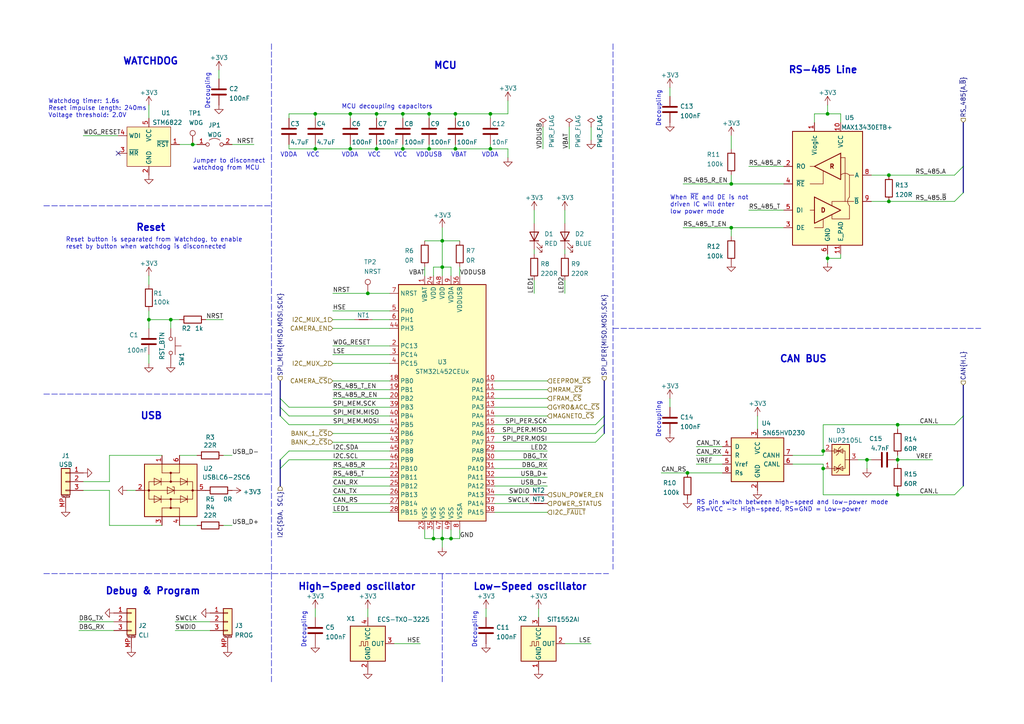
<source format=kicad_sch>
(kicad_sch (version 20211123) (generator eeschema)
  (paper "A4")
  (title_block (title "BUTCube - Flight controller") (date "2022-03-11") (rev "v1.0") (comment 1 "Author: Petr Malaník"))
  (lib_symbols
    (symbol "Connector:TestPoint" (pin_numbers hide) (pin_names (offset 0.762) hide)
      (property "Reference" "TP" (at 0 6.858 0))
      (property "Value" "TestPoint" (at 0 5.08 0))
      (symbol "TestPoint_1_1"
        (pin passive line (at 0 0 90) (length 2.54) (name "1") (number "1"))
      )
    )
    (symbol "Connector_Generic_MountingPin:Conn_01x03_MountingPin" (pin_names (offset 1.016) hide)
      (property "Reference" "J" (at 0 5.08 0))
      (property "Value" "Conn_01x03_MountingPin" (at 1.27 -5.08 0))
      (symbol "Conn_01x03_MountingPin_1_1"
        (text "Mounting" (at 0 -4.191 0) (effects (font (size 0.381 0.381))))
        (pin passive line (at -5.08 2.54 0) (length 3.81) (name "Pin_1") (number "1"))
        (pin passive line (at -5.08 0 0) (length 3.81) (name "Pin_2") (number "2"))
        (pin passive line (at -5.08 -2.54 0) (length 3.81) (name "Pin_3") (number "3"))
        (pin passive line (at 0 -7.62 90) (length 3.048) (name "MountPin") (number "MP"))
      )
    )
    (symbol "Device:C" (pin_numbers hide) (pin_names (offset 0.254))
      (property "Reference" "C" (at 0.635 2.54 0))
      (property "Value" "C" (at 0.635 -2.54 0))
      (symbol "C_1_1"
        (pin passive line (at 0 3.81 270) (length 2.794) (name "~") (number "1"))
        (pin passive line (at 0 -3.81 90) (length 2.794) (name "~") (number "2"))
      )
    )
    (symbol "Device:LED" (pin_numbers hide) (pin_names (offset 1.016) hide)
      (property "Reference" "D" (at 0 2.54 0))
      (property "Value" "LED" (at 0 -2.54 0))
      (symbol "LED_1_1"
        (pin passive line (at -3.81 0 0) (length 2.54) (name "K") (number "1"))
        (pin passive line (at 3.81 0 180) (length 2.54) (name "A") (number "2"))
      )
    )
    (symbol "Device:NetTie_2" (pin_numbers hide) (pin_names (offset 0) hide)
      (property "Reference" "NT" (at 0 1.27 0))
      (property "Value" "NetTie_2" (at 0 -1.27 0))
      (symbol "NetTie_2_1_1"
        (pin passive line (at -2.54 0 0) (length 2.54) (name "1") (number "1"))
        (pin passive line (at 2.54 0 180) (length 2.54) (name "2") (number "2"))
      )
    )
    (symbol "Device:R" (pin_numbers hide) (pin_names (offset 0))
      (property "Reference" "R" (at 2.032 0 90))
      (property "Value" "R" (at 0 0 90))
      (symbol "R_1_1"
        (pin passive line (at 0 3.81 270) (length 1.27) (name "~") (number "1"))
        (pin passive line (at 0 -3.81 90) (length 1.27) (name "~") (number "2"))
      )
    )
    (symbol "Interface_CAN_LIN:SN65HVD230" (pin_names (offset 1.016))
      (property "Reference" "U" (at -2.54 10.16 0))
      (property "Value" "SN65HVD230" (at -2.54 7.62 0))
      (symbol "SN65HVD230_1_1"
        (pin input line (at -10.16 2.54 0) (length 2.54) (name "D") (number "1"))
        (pin power_in line (at 0 -10.16 90) (length 2.54) (name "GND") (number "2"))
        (pin power_in line (at 0 7.62 270) (length 2.54) (name "VCC") (number "3"))
        (pin output line (at -10.16 0 0) (length 2.54) (name "R") (number "4"))
        (pin output line (at -10.16 -2.54 0) (length 2.54) (name "Vref") (number "5"))
        (pin bidirectional line (at 10.16 -2.54 180) (length 2.54) (name "CANL") (number "6"))
        (pin bidirectional line (at 10.16 0 180) (length 2.54) (name "CANH") (number "7"))
        (pin input line (at -10.16 -5.08 0) (length 2.54) (name "Rs") (number "8"))
      )
    )
    (symbol "Jumper:Jumper_2_Open" (pin_names (offset 0) hide)
      (property "Reference" "JP" (at 0 2.794 0))
      (property "Value" "Jumper_2_Open" (at 0 -2.286 0))
      (symbol "Jumper_2_Open_1_1"
        (pin passive line (at -5.08 0 0) (length 2.54) (name "A") (number "1"))
        (pin passive line (at 5.08 0 180) (length 2.54) (name "B") (number "2"))
      )
    )
    (symbol "LED_1" (pin_numbers hide) (pin_names (offset 1.016) hide)
      (property "Reference" "D" (at 0 2.54 0))
      (property "Value" "LED_1" (at 0 -2.54 0))
      (symbol "LED_1_1_1"
        (pin passive line (at -3.81 0 0) (length 2.54) (name "K") (number "1"))
        (pin passive line (at 3.81 0 180) (length 2.54) (name "A") (number "2"))
      )
    )
    (symbol "MCU_ST_STM32L4:STM32L452CEUx"
      (property "Reference" "U" (at -12.7 34.29 0))
      (property "Value" "STM32L452CEUx" (at 7.62 34.29 0))
      (symbol "STM32L452CEUx_1_1"
        (pin power_in line (at -5.08 35.56 270) (length 2.54) (name "VBAT") (number "1"))
        (pin bidirectional line (at 15.24 5.08 180) (length 2.54) (name "PA0") (number "10"))
        (pin bidirectional line (at 15.24 2.54 180) (length 2.54) (name "PA1") (number "11"))
        (pin bidirectional line (at 15.24 0 180) (length 2.54) (name "PA2") (number "12"))
        (pin bidirectional line (at 15.24 -2.54 180) (length 2.54) (name "PA3") (number "13"))
        (pin bidirectional line (at 15.24 -5.08 180) (length 2.54) (name "PA4") (number "14"))
        (pin bidirectional line (at 15.24 -7.62 180) (length 2.54) (name "PA5") (number "15"))
        (pin bidirectional line (at 15.24 -10.16 180) (length 2.54) (name "PA6") (number "16"))
        (pin bidirectional line (at 15.24 -12.7 180) (length 2.54) (name "PA7") (number "17"))
        (pin bidirectional line (at -15.24 5.08 0) (length 2.54) (name "PB0") (number "18"))
        (pin bidirectional line (at -15.24 2.54 0) (length 2.54) (name "PB1") (number "19"))
        (pin bidirectional line (at -15.24 15.24 0) (length 2.54) (name "PC13") (number "2"))
        (pin bidirectional line (at -15.24 0 0) (length 2.54) (name "PB2") (number "20"))
        (pin bidirectional line (at -15.24 -20.32 0) (length 2.54) (name "PB10") (number "21"))
        (pin bidirectional line (at -15.24 -22.86 0) (length 2.54) (name "PB11") (number "22"))
        (pin power_in line (at -5.08 -38.1 90) (length 2.54) (name "VSS") (number "23"))
        (pin power_in line (at -2.54 35.56 270) (length 2.54) (name "VDD") (number "24"))
        (pin bidirectional line (at -15.24 -25.4 0) (length 2.54) (name "PB12") (number "25"))
        (pin bidirectional line (at -15.24 -27.94 0) (length 2.54) (name "PB13") (number "26"))
        (pin bidirectional line (at -15.24 -30.48 0) (length 2.54) (name "PB14") (number "27"))
        (pin bidirectional line (at -15.24 -33.02 0) (length 2.54) (name "PB15") (number "28"))
        (pin bidirectional line (at 15.24 -15.24 180) (length 2.54) (name "PA8") (number "29"))
        (pin bidirectional line (at -15.24 12.7 0) (length 2.54) (name "PC14") (number "3"))
        (pin bidirectional line (at 15.24 -17.78 180) (length 2.54) (name "PA9") (number "30"))
        (pin bidirectional line (at 15.24 -20.32 180) (length 2.54) (name "PA10") (number "31"))
        (pin bidirectional line (at 15.24 -22.86 180) (length 2.54) (name "PA11") (number "32"))
        (pin bidirectional line (at 15.24 -25.4 180) (length 2.54) (name "PA12") (number "33"))
        (pin bidirectional line (at 15.24 -27.94 180) (length 2.54) (name "PA13") (number "34"))
        (pin power_in line (at -2.54 -38.1 90) (length 2.54) (name "VSS") (number "35"))
        (pin power_in line (at 5.08 35.56 270) (length 2.54) (name "VDDUSB") (number "36"))
        (pin bidirectional line (at 15.24 -30.48 180) (length 2.54) (name "PA14") (number "37"))
        (pin bidirectional line (at 15.24 -33.02 180) (length 2.54) (name "PA15") (number "38"))
        (pin bidirectional line (at -15.24 -2.54 0) (length 2.54) (name "PB3") (number "39"))
        (pin bidirectional line (at -15.24 10.16 0) (length 2.54) (name "PC15") (number "4"))
        (pin bidirectional line (at -15.24 -5.08 0) (length 2.54) (name "PB4") (number "40"))
        (pin bidirectional line (at -15.24 -7.62 0) (length 2.54) (name "PB5") (number "41"))
        (pin bidirectional line (at -15.24 -10.16 0) (length 2.54) (name "PB6") (number "42"))
        (pin bidirectional line (at -15.24 -12.7 0) (length 2.54) (name "PB7") (number "43"))
        (pin bidirectional line (at -15.24 20.32 0) (length 2.54) (name "PH3") (number "44"))
        (pin bidirectional line (at -15.24 -15.24 0) (length 2.54) (name "PB8") (number "45"))
        (pin bidirectional line (at -15.24 -17.78 0) (length 2.54) (name "PB9") (number "46"))
        (pin power_in line (at 0 -38.1 90) (length 2.54) (name "VSS") (number "47"))
        (pin power_in line (at 0 35.56 270) (length 2.54) (name "VDD") (number "48"))
        (pin power_in line (at 2.54 -38.1 90) (length 2.54) (name "VSS") (number "49"))
        (pin input line (at -15.24 25.4 0) (length 2.54) (name "PH0") (number "5"))
        (pin input line (at -15.24 22.86 0) (length 2.54) (name "PH1") (number "6"))
        (pin input line (at -15.24 30.48 0) (length 2.54) (name "NRST") (number "7"))
        (pin power_in line (at 5.08 -38.1 90) (length 2.54) (name "VSSA") (number "8"))
        (pin power_in line (at 2.54 35.56 270) (length 2.54) (name "VDDA") (number "9"))
      )
    )
    (symbol "Power_Protection:NUP2105L" (pin_names hide)
      (property "Reference" "D" (at 5.715 2.54 0))
      (property "Value" "NUP2105L" (at 5.715 0.635 0))
      (symbol "NUP2105L_0_0"
        (pin passive line (at 0 -5.08 90) (length 2.54) (name "A") (number "3"))
      )
      (symbol "NUP2105L_1_1"
        (pin passive line (at -2.54 5.08 270) (length 2.54) (name "K") (number "1"))
        (pin passive line (at 2.54 5.08 270) (length 2.54) (name "K") (number "2"))
      )
    )
    (symbol "Power_Protection:USBLC6-2SC6" (pin_names hide)
      (property "Reference" "U" (at 2.54 8.89 0))
      (property "Value" "USBLC6-2SC6" (at 2.54 -8.89 0))
      (symbol "USBLC6-2SC6_1_1"
        (pin passive line (at -10.16 -2.54 0) (length 2.54) (name "I/O1") (number "1"))
        (pin passive line (at 0 -10.16 90) (length 2.54) (name "GND") (number "2"))
        (pin passive line (at 10.16 -2.54 180) (length 2.54) (name "I/O2") (number "3"))
        (pin passive line (at 10.16 2.54 180) (length 2.54) (name "I/O2") (number "4"))
        (pin passive line (at 0 10.16 270) (length 2.54) (name "VBUS") (number "5"))
        (pin passive line (at -10.16 2.54 0) (length 2.54) (name "I/O1") (number "6"))
      )
    )
    (symbol "Switch:SW_Push" (pin_numbers hide) (pin_names (offset 1.016) hide)
      (property "Reference" "SW" (at 1.27 2.54 0))
      (property "Value" "SW_Push" (at 0 -1.524 0))
      (symbol "SW_Push_0_1"
        (pin passive line (at -5.08 0 0) (length 2.54) (name "1") (number "1"))
        (pin passive line (at 5.08 0 180) (length 2.54) (name "2") (number "2"))
      )
    )
    (symbol "TCY_IC:MAX13430ETB+" (pin_names (offset 1.016))
      (property "Reference" "U" (at -10.16 19.05 0))
      (property "Value" "MAX13430ETB+" (at 5.08 19.05 0))
      (symbol "MAX13430ETB+_0_0"
        (text "D" (at -1.27 -5.08 0) (effects (font (size 1.27 1.27) bold)))
        (text "R" (at 1.27 7.62 0) (effects (font (size 1.27 1.27) bold)))
      )
      (symbol "MAX13430ETB+_1_1"
        (pin power_in line (at -3.81 20.32 270) (length 2.54) (name "Vlogic") (number "1"))
        (pin power_in line (at 3.81 20.32 270) (length 2.54) (name "VCC") (number "10"))
        (pin power_in line (at 3.81 -17.78 90) (length 2.54) (name "E_PAD") (number "11"))
        (pin output line (at -12.7 7.62 0) (length 2.54) (name "RO") (number "2"))
        (pin input line (at -12.7 -10.16 0) (length 2.54) (name "DE") (number "3"))
        (pin input line (at -12.7 2.54 0) (length 2.54) (name "~{RE}") (number "4"))
        (pin input line (at -12.7 -5.08 0) (length 2.54) (name "DI") (number "5"))
        (pin power_in line (at 0 -17.78 90) (length 2.54) (name "GND") (number "6"))
        (pin no_connect line (at 10.16 1.27 180) (length 2.54) hide (name "NC") (number "7"))
        (pin input line (at 12.7 5.08 180) (length 2.54) (name "A") (number "8"))
        (pin input line (at 12.7 -2.54 180) (length 2.54) (name "~{B}") (number "9"))
      )
    )
    (symbol "TCY_IC:STM6822"
      (property "Reference" "U" (at 6.35 13.97 0))
      (property "Value" "STM6822" (at 6.35 16.51 0))
      (symbol "STM6822_1_1"
        (pin open_collector line (at 8.89 6.35 180) (length 2.54) (name "~{RST}") (number "1"))
        (pin passive line (at 0 -2.54 90) (length 2.54) (name "GND") (number "2"))
        (pin input line (at -8.89 3.81 0) (length 2.54) (name "~{MR}") (number "3"))
        (pin input line (at -8.89 8.89 0) (length 2.54) (name "WDI") (number "4"))
        (pin power_in line (at 0 13.97 270) (length 2.54) (name "VCC") (number "5"))
      )
    )
    (symbol "TCY_ocillators:ECS-TXO-3225" (pin_names (offset 0.254))
      (property "Reference" "X" (at -6.35 6.35 0))
      (property "Value" "ECS-TXO-3225" (at 1.27 6.35 0))
      (symbol "ECS-TXO-3225_1_1"
        (pin no_connect line (at -7.62 0 0) (length 2.54) hide (name "NC") (number "1"))
        (pin power_in line (at 0 -7.62 90) (length 2.54) (name "GND") (number "2"))
        (pin output line (at 7.62 0 180) (length 2.54) (name "OUT") (number "3"))
        (pin power_in line (at 0 7.62 270) (length 2.54) (name "VCC") (number "4"))
      )
    )
    (symbol "TCY_ocillators:SiT1552AI" (pin_names (offset 0.254))
      (property "Reference" "X" (at -6.35 6.35 0))
      (property "Value" "SiT1552AI" (at 1.27 6.35 0))
      (symbol "SiT1552AI_1_1"
        (pin power_in line (at 0 -7.62 90) (length 2.54) (name "GND") (number "1"))
        (pin output line (at 7.62 0 180) (length 2.54) (name "OUT") (number "2"))
        (pin power_in line (at 0 7.62 270) (length 2.54) (name "VCC") (number "3"))
        (pin power_in line (at 0 -7.62 90) (length 2.54) hide (name "GND") (number "4"))
      )
    )
    (symbol "power:+3.3V" (power) (pin_names (offset 0))
      (property "Value" "+3.3V" (at 0 3.556 0))
      (symbol "+3.3V_1_1"
        (pin power_in line (at 0 0 90) (length 0) hide (name "+3V3") (number "1"))
      )
    )
    (symbol "power:GND" (power) (pin_names (offset 0))
      (property "Value" "GND" (at 0 -3.81 0))
      (symbol "GND_1_1"
        (pin power_in line (at 0 0 270) (length 0) hide (name "GND") (number "1"))
      )
    )
    (symbol "power:PWR_FLAG" (power) (pin_numbers hide) (pin_names (offset 0) hide)
      (property "Value" "PWR_FLAG" (at 0 3.81 0))
      (symbol "PWR_FLAG_0_0"
        (pin power_out line (at 0 0 90) (length 0) (name "pwr") (number "1"))
      )
    )
  )
  (junction (at 106.68 85.09))
  (junction (at 128.27 77.47) (diameter 0.9144))
  (junction (at 43.18 92.71) (diameter 0.9144))
  (junction (at 260.35 133.35) (diameter 0.9144))
  (junction (at 128.27 156.21) (diameter 0.9144))
  (junction (at 101.6 43.18) (diameter 0.9144))
  (junction (at 240.03 74.93) (diameter 0.9144))
  (junction (at 212.09 66.04) (diameter 0.9144))
  (junction (at 101.6 33.02) (diameter 0.9144))
  (junction (at 91.44 43.18) (diameter 0.9144))
  (junction (at 251.46 133.35) (diameter 0.9144))
  (junction (at 260.35 143.51) (diameter 0.9144))
  (junction (at 142.24 43.18) (diameter 0.9144))
  (junction (at 260.35 123.19) (diameter 0.9144))
  (junction (at 132.08 33.02) (diameter 0.9144))
  (junction (at 199.39 137.16) (diameter 0.9144))
  (junction (at 49.53 92.71) (diameter 0.9144))
  (junction (at 238.76 135.89) (diameter 0.9144))
  (junction (at 116.84 33.02) (diameter 0.9144))
  (junction (at 132.08 43.18) (diameter 0.9144))
  (junction (at 109.22 43.18) (diameter 0.9144))
  (junction (at 116.84 43.18) (diameter 0.9144))
  (junction (at 91.44 33.02) (diameter 0.9144))
  (junction (at 109.22 33.02) (diameter 0.9144))
  (junction (at 125.73 156.21) (diameter 0.9144))
  (junction (at 124.46 43.18) (diameter 0.9144))
  (junction (at 257.81 58.42) (diameter 0.9144))
  (junction (at 124.46 33.02) (diameter 0.9144))
  (junction (at 257.81 50.8) (diameter 0.9144))
  (junction (at 128.27 69.85) (diameter 0.9144))
  (junction (at 212.09 53.34) (diameter 0.9144))
  (junction (at 55.88 41.91) (diameter 0.9144))
  (junction (at 142.24 33.02) (diameter 0.9144))
  (junction (at 240.03 33.02) (diameter 0.9144))
  (junction (at 238.76 130.81) (diameter 0.9144))
  (junction (at 130.81 156.21) (diameter 0.9144))
  (no_connect (at 34.29 44.45))
  (bus_entry (at 81.28 120.65) (size 2.54 2.54))
  (bus_entry (at 279.4 140.97) (size -2.54 2.54))
  (bus_entry (at 81.28 118.11) (size 2.54 2.54))
  (bus_entry (at 279.4 48.26) (size -2.54 2.54))
  (bus_entry (at 175.26 123.19) (size -2.54 2.54))
  (bus_entry (at 279.4 55.88) (size -2.54 2.54))
  (bus_entry (at 175.26 120.65) (size -2.54 2.54))
  (bus_entry (at 279.4 120.65) (size -2.54 2.54))
  (bus_entry (at 175.26 125.73) (size -2.54 2.54))
  (bus_entry (at 81.28 133.35) (size 2.54 -2.54))
  (bus_entry (at 81.28 135.89) (size 2.54 -2.54))
  (bus_entry (at 81.28 115.57) (size 2.54 2.54))
  (wire (pts (xy 96.52 113.03) (xy 113.03 113.03)))
  (polyline (pts (xy 12.7 166.37) (xy 176.53 166.37)) (stroke (width 0) (type dash)))
  (wire (pts (xy 257.81 50.8) (xy 276.86 50.8)))
  (wire (pts (xy 96.52 102.87) (xy 113.03 102.87)))
  (wire (pts (xy 52.07 152.4) (xy 57.15 152.4)))
  (wire (pts (xy 43.18 80.01) (xy 43.18 82.55)))
  (wire (pts (xy 198.12 53.34) (xy 212.09 53.34)))
  (wire (pts (xy 60.96 182.88) (xy 50.8 182.88)))
  (wire (pts (xy 24.13 142.24) (xy 31.75 142.24)))
  (wire (pts (xy 260.35 133.35) (xy 270.51 133.35)))
  (wire (pts (xy 143.51 128.27) (xy 172.72 128.27)))
  (wire (pts (xy 260.35 142.24) (xy 260.35 143.51)))
  (wire (pts (xy 142.24 43.18) (xy 147.32 43.18)))
  (wire (pts (xy 147.32 43.18) (xy 147.32 45.72)))
  (wire (pts (xy 83.82 118.11) (xy 113.03 118.11)))
  (wire (pts (xy 109.22 43.18) (xy 101.6 43.18)))
  (wire (pts (xy 114.3 186.69) (xy 121.92 186.69)))
  (wire (pts (xy 143.51 138.43) (xy 158.75 138.43)))
  (wire (pts (xy 163.83 81.28) (xy 163.83 85.09)))
  (wire (pts (xy 238.76 135.89) (xy 238.76 143.51)))
  (wire (pts (xy 128.27 69.85) (xy 128.27 77.47)))
  (wire (pts (xy 154.94 81.28) (xy 154.94 85.09)))
  (bus (pts (xy 175.26 120.65) (xy 175.26 123.19)))
  (wire (pts (xy 125.73 77.47) (xy 128.27 77.47)))
  (wire (pts (xy 123.19 69.85) (xy 128.27 69.85)))
  (wire (pts (xy 128.27 69.85) (xy 133.35 69.85)))
  (bus (pts (xy 279.4 35.56) (xy 279.4 48.26)))
  (wire (pts (xy 143.51 146.05) (xy 153.67 146.05)))
  (wire (pts (xy 83.82 133.35) (xy 113.03 133.35)))
  (wire (pts (xy 31.75 142.24) (xy 31.75 152.4)))
  (wire (pts (xy 125.73 153.67) (xy 125.73 156.21)))
  (bus (pts (xy 81.28 118.11) (xy 81.28 120.65)))
  (wire (pts (xy 96.52 92.71) (xy 102.87 92.71)))
  (bus (pts (xy 279.4 120.65) (xy 279.4 140.97)))
  (wire (pts (xy 96.52 110.49) (xy 113.03 110.49)))
  (wire (pts (xy 219.71 120.65) (xy 219.71 124.46)))
  (wire (pts (xy 156.21 176.53) (xy 156.21 179.07)))
  (wire (pts (xy 96.52 143.51) (xy 113.03 143.51)))
  (bus (pts (xy 81.28 115.57) (xy 81.28 118.11)))
  (wire (pts (xy 64.77 132.08) (xy 67.31 132.08)))
  (wire (pts (xy 96.52 100.33) (xy 113.03 100.33)))
  (wire (pts (xy 143.51 123.19) (xy 172.72 123.19)))
  (wire (pts (xy 163.83 186.69) (xy 171.45 186.69)))
  (wire (pts (xy 143.51 148.59) (xy 158.75 148.59)))
  (wire (pts (xy 130.81 153.67) (xy 130.81 156.21)))
  (wire (pts (xy 201.93 129.54) (xy 209.55 129.54)))
  (wire (pts (xy 33.02 180.34) (xy 22.86 180.34)))
  (wire (pts (xy 143.51 115.57) (xy 158.75 115.57)))
  (wire (pts (xy 116.84 41.91) (xy 116.84 43.18)))
  (wire (pts (xy 201.93 134.62) (xy 209.55 134.62)))
  (wire (pts (xy 217.17 60.96) (xy 227.33 60.96)))
  (wire (pts (xy 260.35 143.51) (xy 238.76 143.51)))
  (wire (pts (xy 260.35 143.51) (xy 276.86 143.51)))
  (wire (pts (xy 101.6 43.18) (xy 101.6 41.91)))
  (wire (pts (xy 252.73 50.8) (xy 257.81 50.8)))
  (wire (pts (xy 109.22 33.02) (xy 116.84 33.02)))
  (wire (pts (xy 109.22 34.29) (xy 109.22 33.02)))
  (wire (pts (xy 116.84 33.02) (xy 124.46 33.02)))
  (wire (pts (xy 124.46 33.02) (xy 132.08 33.02)))
  (wire (pts (xy 132.08 33.02) (xy 132.08 34.29)))
  (polyline (pts (xy 12.7 114.3) (xy 78.74 114.3)) (stroke (width 0) (type dash)))
  (wire (pts (xy 143.51 135.89) (xy 158.75 135.89)))
  (wire (pts (xy 59.69 92.71) (xy 64.77 92.71)))
  (polyline (pts (xy 78.74 166.37) (xy 78.74 198.12)) (stroke (width 0) (type dash)))
  (wire (pts (xy 96.52 85.09) (xy 106.68 85.09)))
  (wire (pts (xy 83.82 43.18) (xy 83.82 41.91)))
  (wire (pts (xy 91.44 41.91) (xy 91.44 43.18)))
  (wire (pts (xy 91.44 43.18) (xy 83.82 43.18)))
  (wire (pts (xy 133.35 77.47) (xy 133.35 80.01)))
  (wire (pts (xy 212.09 39.37) (xy 212.09 43.18)))
  (wire (pts (xy 252.73 58.42) (xy 257.81 58.42)))
  (wire (pts (xy 142.24 33.02) (xy 142.24 34.29)))
  (bus (pts (xy 175.26 110.49) (xy 175.26 120.65)))
  (wire (pts (xy 128.27 69.85) (xy 128.27 66.04)))
  (wire (pts (xy 96.52 140.97) (xy 113.03 140.97)))
  (wire (pts (xy 101.6 34.29) (xy 101.6 33.02)))
  (wire (pts (xy 154.94 60.96) (xy 154.94 64.77)))
  (wire (pts (xy 154.94 72.39) (xy 154.94 73.66)))
  (wire (pts (xy 24.13 139.7) (xy 31.75 139.7)))
  (wire (pts (xy 43.18 92.71) (xy 49.53 92.71)))
  (wire (pts (xy 49.53 92.71) (xy 52.07 92.71)))
  (polyline (pts (xy 78.74 12.7) (xy 78.74 166.37)) (stroke (width 0) (type dash)))
  (wire (pts (xy 212.09 66.04) (xy 212.09 68.58)))
  (wire (pts (xy 140.97 176.53) (xy 140.97 179.07)))
  (bus (pts (xy 175.26 123.19) (xy 175.26 125.73)))
  (wire (pts (xy 243.84 73.66) (xy 243.84 74.93)))
  (wire (pts (xy 243.84 74.93) (xy 240.03 74.93)))
  (wire (pts (xy 106.68 176.53) (xy 106.68 179.07)))
  (wire (pts (xy 67.31 41.91) (xy 73.66 41.91)))
  (wire (pts (xy 217.17 48.26) (xy 227.33 48.26)))
  (wire (pts (xy 201.93 132.08) (xy 209.55 132.08)))
  (wire (pts (xy 83.82 33.02) (xy 91.44 33.02)))
  (wire (pts (xy 83.82 34.29) (xy 83.82 33.02)))
  (wire (pts (xy 91.44 33.02) (xy 91.44 34.29)))
  (wire (pts (xy 49.53 92.71) (xy 49.53 95.25)))
  (wire (pts (xy 123.19 77.47) (xy 123.19 80.01)))
  (polyline (pts (xy 177.8 12.7) (xy 177.8 165.1)) (stroke (width 0) (type dash)))
  (wire (pts (xy 240.03 73.66) (xy 240.03 74.93)))
  (wire (pts (xy 240.03 74.93) (xy 240.03 76.2)))
  (wire (pts (xy 243.84 33.02) (xy 240.03 33.02)))
  (wire (pts (xy 243.84 35.56) (xy 243.84 33.02)))
  (wire (pts (xy 128.27 153.67) (xy 128.27 156.21)))
  (wire (pts (xy 96.52 105.41) (xy 113.03 105.41)))
  (wire (pts (xy 91.44 33.02) (xy 101.6 33.02)))
  (wire (pts (xy 143.51 113.03) (xy 158.75 113.03)))
  (wire (pts (xy 123.19 156.21) (xy 123.19 153.67)))
  (wire (pts (xy 125.73 156.21) (xy 123.19 156.21)))
  (wire (pts (xy 128.27 156.21) (xy 125.73 156.21)))
  (wire (pts (xy 128.27 158.75) (xy 128.27 156.21)))
  (wire (pts (xy 143.51 140.97) (xy 158.75 140.97)))
  (wire (pts (xy 36.83 142.24) (xy 39.37 142.24)))
  (wire (pts (xy 142.24 41.91) (xy 142.24 43.18)))
  (wire (pts (xy 96.52 146.05) (xy 113.03 146.05)))
  (wire (pts (xy 43.18 90.17) (xy 43.18 92.71)))
  (wire (pts (xy 83.82 120.65) (xy 113.03 120.65)))
  (wire (pts (xy 171.45 36.83) (xy 171.45 40.64)))
  (wire (pts (xy 163.83 60.96) (xy 163.83 64.77)))
  (wire (pts (xy 124.46 33.02) (xy 124.46 34.29)))
  (wire (pts (xy 83.82 130.81) (xy 113.03 130.81)))
  (wire (pts (xy 101.6 33.02) (xy 109.22 33.02)))
  (wire (pts (xy 31.75 152.4) (xy 46.99 152.4)))
  (bus (pts (xy 81.28 135.89) (xy 81.28 140.97)))
  (wire (pts (xy 165.1 36.83) (xy 165.1 43.18)))
  (wire (pts (xy 198.12 66.04) (xy 212.09 66.04)))
  (wire (pts (xy 212.09 66.04) (xy 227.33 66.04)))
  (bus (pts (xy 279.4 111.76) (xy 279.4 120.65)))
  (wire (pts (xy 191.77 137.16) (xy 199.39 137.16)))
  (wire (pts (xy 83.82 123.19) (xy 113.03 123.19)))
  (wire (pts (xy 124.46 41.91) (xy 124.46 43.18)))
  (wire (pts (xy 107.95 92.71) (xy 113.03 92.71)))
  (wire (pts (xy 96.52 138.43) (xy 113.03 138.43)))
  (wire (pts (xy 132.08 33.02) (xy 142.24 33.02)))
  (wire (pts (xy 31.75 132.08) (xy 46.99 132.08)))
  (wire (pts (xy 199.39 137.16) (xy 209.55 137.16)))
  (wire (pts (xy 64.77 152.4) (xy 67.31 152.4)))
  (wire (pts (xy 194.31 25.4) (xy 194.31 27.94)))
  (wire (pts (xy 163.83 72.39) (xy 163.83 73.66)))
  (wire (pts (xy 96.52 125.73) (xy 113.03 125.73)))
  (wire (pts (xy 63.5 20.32) (xy 63.5 22.86)))
  (wire (pts (xy 96.52 128.27) (xy 113.03 128.27)))
  (wire (pts (xy 43.18 102.87) (xy 43.18 105.41)))
  (wire (pts (xy 238.76 123.19) (xy 238.76 130.81)))
  (wire (pts (xy 96.52 115.57) (xy 113.03 115.57)))
  (wire (pts (xy 128.27 77.47) (xy 128.27 80.01)))
  (bus (pts (xy 81.28 133.35) (xy 81.28 135.89)))
  (polyline (pts (xy 128.27 166.37) (xy 128.27 198.12)) (stroke (width 0) (type dash)))
  (wire (pts (xy 236.22 33.02) (xy 240.03 33.02)))
  (wire (pts (xy 236.22 35.56) (xy 236.22 33.02)))
  (wire (pts (xy 240.03 33.02) (xy 240.03 30.48)))
  (wire (pts (xy 143.51 110.49) (xy 158.75 110.49)))
  (wire (pts (xy 142.24 33.02) (xy 147.32 33.02)))
  (wire (pts (xy 260.35 134.62) (xy 260.35 133.35)))
  (wire (pts (xy 52.07 41.91) (xy 55.88 41.91)))
  (wire (pts (xy 55.88 41.91) (xy 57.15 41.91)))
  (wire (pts (xy 130.81 77.47) (xy 128.27 77.47)))
  (wire (pts (xy 130.81 80.01) (xy 130.81 77.47)))
  (wire (pts (xy 43.18 92.71) (xy 43.18 95.25)))
  (wire (pts (xy 96.52 95.25) (xy 113.03 95.25)))
  (wire (pts (xy 143.51 143.51) (xy 153.67 143.51)))
  (wire (pts (xy 229.87 132.08) (xy 238.76 132.08)))
  (wire (pts (xy 238.76 132.08) (xy 238.76 130.81)))
  (wire (pts (xy 143.51 133.35) (xy 158.75 133.35)))
  (wire (pts (xy 96.52 148.59) (xy 113.03 148.59)))
  (wire (pts (xy 24.13 39.37) (xy 34.29 39.37)))
  (wire (pts (xy 194.31 115.57) (xy 194.31 118.11)))
  (wire (pts (xy 128.27 156.21) (xy 130.81 156.21)))
  (wire (pts (xy 130.81 156.21) (xy 133.35 156.21)))
  (wire (pts (xy 133.35 156.21) (xy 133.35 153.67)))
  (wire (pts (xy 143.51 118.11) (xy 158.75 118.11)))
  (wire (pts (xy 143.51 120.65) (xy 158.75 120.65)))
  (wire (pts (xy 132.08 43.18) (xy 142.24 43.18)))
  (wire (pts (xy 52.07 132.08) (xy 57.15 132.08)))
  (wire (pts (xy 257.81 58.42) (xy 276.86 58.42)))
  (polyline (pts (xy 12.7 59.69) (xy 78.74 59.69)) (stroke (width 0) (type dash)))
  (bus (pts (xy 279.4 48.26) (xy 279.4 55.88)))
  (wire (pts (xy 143.51 130.81) (xy 158.75 130.81)))
  (polyline (pts (xy 177.8 95.25) (xy 284.48 95.25)) (stroke (width 0) (type dash)))
  (wire (pts (xy 96.52 135.89) (xy 113.03 135.89)))
  (wire (pts (xy 31.75 139.7) (xy 31.75 132.08)))
  (wire (pts (xy 91.44 176.53) (xy 91.44 179.07)))
  (wire (pts (xy 260.35 123.19) (xy 238.76 123.19)))
  (wire (pts (xy 60.96 180.34) (xy 50.8 180.34)))
  (wire (pts (xy 212.09 50.8) (xy 212.09 53.34)))
  (wire (pts (xy 109.22 43.18) (xy 109.22 41.91)))
  (wire (pts (xy 116.84 43.18) (xy 109.22 43.18)))
  (wire (pts (xy 124.46 43.18) (xy 116.84 43.18)))
  (wire (pts (xy 132.08 41.91) (xy 132.08 43.18)))
  (wire (pts (xy 132.08 43.18) (xy 124.46 43.18)))
  (wire (pts (xy 125.73 77.47) (xy 125.73 80.01)))
  (wire (pts (xy 229.87 134.62) (xy 238.76 134.62)))
  (wire (pts (xy 238.76 134.62) (xy 238.76 135.89)))
  (wire (pts (xy 157.48 36.83) (xy 157.48 43.18)))
  (wire (pts (xy 91.44 43.18) (xy 101.6 43.18)))
  (wire (pts (xy 43.18 30.48) (xy 43.18 34.29)))
  (wire (pts (xy 143.51 125.73) (xy 172.72 125.73)))
  (wire (pts (xy 147.32 29.21) (xy 147.32 33.02)))
  (wire (pts (xy 33.02 182.88) (xy 22.86 182.88)))
  (wire (pts (xy 212.09 53.34) (xy 227.33 53.34)))
  (bus (pts (xy 81.28 110.49) (xy 81.28 115.57)))
  (wire (pts (xy 248.92 133.35) (xy 251.46 133.35)))
  (wire (pts (xy 251.46 133.35) (xy 251.46 135.89)))
  (wire (pts (xy 96.52 90.17) (xy 113.03 90.17)))
  (wire (pts (xy 260.35 132.08) (xy 260.35 133.35)))
  (wire (pts (xy 260.35 123.19) (xy 260.35 124.46)))
  (wire (pts (xy 260.35 123.19) (xy 276.86 123.19)))
  (wire (pts (xy 106.68 85.09) (xy 113.03 85.09)))
  (wire (pts (xy 116.84 33.02) (xy 116.84 34.29)))
  (wire (pts (xy 251.46 133.35) (xy 252.73 133.35)))
  (text "VCC" (at 106.68 45.72 0) (effects (font (size 1.27 1.27)) (justify left bottom)))
  (text "Jumper to disconnect\nwatchdog from MCU" (at 55.88 49.53 0) (effects (font (size 1.27 1.27)) (justify left bottom)))
  (text "VCC" (at 88.9 45.72 0) (effects (font (size 1.27 1.27)) (justify left bottom)))
  (text "Decoupling" (at 88.9 187.96 90) (effects (font (size 1.27 1.27)) (justify left bottom)))
  (text "MCU" (at 125.73 20.32 0) (effects (font (size 2 2) (thickness 0.4) bold) (justify left bottom)))
  (text "CAN BUS" (at 226.06 105.41 0) (effects (font (size 2 2) (thickness 0.4) bold) (justify left bottom)))
  (text "WATCHDOG" (at 35.56 19.05 0) (effects (font (size 2 2) (thickness 0.4) bold) (justify left bottom)))
  (text "When ~{RE} and DE is not\ndriven IC will enter\nlow power mode" (at 194.31 62.23 0) (effects (font (size 1.27 1.27)) (justify left bottom)))
  (text "MCU decoupling capacitors" (at 99.06 31.75 0) (effects (font (size 1.27 1.27)) (justify left bottom)))
  (text "VBAT" (at 130.81 45.72 0) (effects (font (size 1.27 1.27)) (justify left bottom)))
  (text "VDDUSB" (at 120.65 45.72 0) (effects (font (size 1.27 1.27)) (justify left bottom)))
  (text "Decoupling" (at 191.77 36.83 90) (effects (font (size 1.27 1.27)) (justify left bottom)))
  (text "Reset button is separated from Watchdog, to enable\nreset by button when watchdog is disconnected" (at 19.05 72.39 0) (effects (font (size 1.27 1.27)) (justify left bottom)))
  (text "VDDA" (at 139.7 45.72 0) (effects (font (size 1.27 1.27)) (justify left bottom)))
  (text "RS-485 Line" (at 228.6 21.59 0) (effects (font (size 2 2) (thickness 0.4) bold) (justify left bottom)))
  (text "Reset" (at 39.37 67.31 0) (effects (font (size 2 2) (thickness 0.4) bold) (justify left bottom)))
  (text "Low-Speed oscillator" (at 137.16 171.45 0) (effects (font (size 2 2) (thickness 0.4) bold) (justify left bottom)))
  (text "Decoupling" (at 191.77 127 90) (effects (font (size 1.27 1.27)) (justify left bottom)))
  (text "Decoupling" (at 138.43 187.96 90) (effects (font (size 1.27 1.27)) (justify left bottom)))
  (text "Decoupling" (at 60.96 31.75 90) (effects (font (size 1.27 1.27)) (justify left bottom)))
  (text "VCC" (at 114.3 45.72 0) (effects (font (size 1.27 1.27)) (justify left bottom)))
  (text "RS pin switch between high-speed and low-power mode\nRS=VCC -> High-speed, RS=GND = Low-power" (at 201.93 148.59 0) (effects (font (size 1.27 1.27)) (justify left bottom)))
  (text "VDDA" (at 81.28 45.72 0) (effects (font (size 1.27 1.27)) (justify left bottom)))
  (text "High-Speed oscillator" (at 86.36 171.45 0) (effects (font (size 2 2) (thickness 0.4) bold) (justify left bottom)))
  (text "VDDA" (at 99.06 45.72 0) (effects (font (size 1.27 1.27)) (justify left bottom)))
  (text "USB" (at 40.64 121.92 0) (effects (font (size 2 2) (thickness 0.4) bold) (justify left bottom)))
  (text "Watchdog timer: 1.6s\nReset impulse length: 240ms\nVoltage threshold: 2.0V" (at 13.97 34.29 0) (effects (font (size 1.27 1.27)) (justify left bottom)))
  (text "Debug & Program" (at 30.48 172.72 0) (effects (font (size 2 2) (thickness 0.4) bold) (justify left bottom)))
  (label "CAN.L" (at 266.7 123.19 0))
  (label "CAN_RS" (at 191.77 137.16 0))
  (label "RS_485_R_EN" (at 198.12 53.34 0))
  (label "SWDIO" (at 50.8 182.88 0))
  (label "VREF" (at 270.51 133.35 180))
  (label "DBG_TX" (at 22.86 180.34 0))
  (label "CAN.L" (at 266.7 143.51 0))
  (label "RS_485_R_EN" (at 96.52 115.57 0))
  (label "SWDIO" (at 153.67 143.51 180))
  (label "VREF" (at 201.93 134.62 0))
  (label "RS_485_T_EN" (at 96.52 113.03 0))
  (label "NRST" (at 96.52 85.09 0))
  (label "HSE" (at 121.92 186.69 180))
  (label "CAN_RX" (at 201.93 132.08 0))
  (label "SPI_MEM.MISO" (at 96.52 120.65 0))
  (label "RS_485_R" (at 96.52 135.89 0))
  (label "WDG_RESET" (at 96.52 100.33 0))
  (label "VDDUSB" (at 157.48 43.18 90))
  (label "VBAT" (at 165.1 43.18 90))
  (label "SPI_MEM.SCK" (at 96.52 118.11 0))
  (label "WDG_RESET" (at 24.13 39.37 0))
  (label "LED2" (at 163.83 85.09 90))
  (label "DBG_RX" (at 158.75 135.89 180))
  (label "RS_485_R" (at 217.17 48.26 0))
  (label "RS_485.A" (at 265.43 50.8 0))
  (label "VDDUSB" (at 133.35 80.01 0))
  (label "SPI_MEM.MOSI" (at 96.52 123.19 0))
  (label "LSE" (at 96.52 102.87 0))
  (label "RS_485_T" (at 217.17 60.96 0))
  (label "RS_485_T_EN" (at 198.12 66.04 0))
  (label "VBAT" (at 123.19 80.01 180))
  (label "LED1" (at 154.94 85.09 90))
  (label "I2C.SCL" (at 96.52 133.35 0))
  (label "SPI_PER.MISO" (at 158.75 125.73 180))
  (label "GND" (at 133.35 156.21 0))
  (label "CAN_RS" (at 96.52 146.05 0))
  (label "SWCLK" (at 50.8 180.34 0))
  (label "SPI_PER.MOSI" (at 158.75 128.27 180))
  (label "SWCLK" (at 153.67 146.05 180))
  (label "HSE" (at 96.52 90.17 0))
  (label "CAN_RX" (at 96.52 140.97 0))
  (label "SPI_PER.SCK" (at 158.75 123.19 180))
  (label "USB_D+" (at 158.75 138.43 180))
  (label "NRST" (at 64.77 92.71 180))
  (label "CAN_TX" (at 201.93 129.54 0))
  (label "LED2" (at 158.75 130.81 180))
  (label "CAN_TX" (at 96.52 143.51 0))
  (label "RS_485.~{B}" (at 265.43 58.42 0))
  (label "LSE" (at 171.45 186.69 180))
  (label "USB_D-" (at 158.75 140.97 180))
  (label "I2C.SDA" (at 96.52 130.81 0))
  (label "DBG_RX" (at 22.86 182.88 0))
  (label "NRST" (at 73.66 41.91 180))
  (label "RS_485_T" (at 96.52 138.43 0))
  (label "USB_D+" (at 67.31 152.4 0))
  (label "LED1" (at 96.52 148.59 0))
  (label "USB_D-" (at 67.31 132.08 0))
  (label "DBG_TX" (at 158.75 133.35 180))
  (hierarchical_label "POWER_STATUS" (shape input) (at 158.75 146.05 0))
  (hierarchical_label "FRAM_~{CS}" (shape input) (at 158.75 115.57 0))
  (hierarchical_label "SPI_MEM{MISO,MOSI,SCK}" (shape input) (at 81.28 110.49 90))
  (hierarchical_label "I2C_MUX_1" (shape input) (at 96.52 92.71 180))
  (hierarchical_label "MAGNETO_~{CS}" (shape input) (at 158.75 120.65 0))
  (hierarchical_label "I2C{SDA, SCL}" (shape input) (at 81.28 140.97 270))
  (hierarchical_label "CAMERA_EN" (shape input) (at 96.52 95.25 180))
  (hierarchical_label "I2C_~{FAULT}" (shape input) (at 158.75 148.59 0))
  (hierarchical_label "BANK_2_~{CS}" (shape input) (at 96.52 128.27 180))
  (hierarchical_label "EEPROM_~{CS}" (shape input) (at 158.75 110.49 0))
  (hierarchical_label "CAN{H,L}" (shape input) (at 279.4 111.76 90))
  (hierarchical_label "SUN_POWER_EN" (shape input) (at 158.75 143.51 0))
  (hierarchical_label "RS_485{A,~{B}}" (shape input) (at 279.4 35.56 90))
  (hierarchical_label "MRAM_~{CS}" (shape input) (at 158.75 113.03 0))
  (hierarchical_label "CAMERA_~{CS}" (shape input) (at 96.52 110.49 180))
  (hierarchical_label "GYRO&ACC_~{CS}" (shape input) (at 158.75 118.11 0))
  (hierarchical_label "I2C_MUX_2" (shape input) (at 96.52 105.41 180))
  (hierarchical_label "SPI_PER{MISO,MOSI,SCK}" (shape input) (at 175.26 110.49 90))
  (hierarchical_label "BANK_1_~{CS}" (shape input) (at 96.52 125.73 180))
  (symbol (lib_id "TCY_IC:MAX13430ETB+") (at 240.03 55.88 0) (unit 1)
    (property "Reference" "U5" (at 246.38 34.1536 0))
    (property "Value" "MAX13430ETB+" (at 251.46 36.9287 0))
    (property "Footprint" "Package_DFN_QFN:DFN-10-1EP_3x3mm_P0.5mm_EP1.55x2.48mm" (effects hide))
    (property "Datasheet" "https://datasheets.maximintegrated.com/en/ds/MAX13430E-MAX13433E.pdf" (effects hide))
  )
  (symbol (lib_id "power:+3.3V") (at 43.18 30.48 0) (unit 1)
    (property "Reference" "#PWR06" (effects hide))
    (property "Value" "+3.3V" (at 43.18 26.8755 0))
  )
  (symbol (lib_id "power:PWR_FLAG") (at 171.45 36.83 0) (unit 1)
    (property "Reference" "#FLG03" (effects hide))
    (property "Value" "PWR_FLAG" (at 173.99 38.1 90))
  )
  (symbol (lib_id "Device:R") (at 212.09 46.99 0) (unit 1)
    (property "Reference" "R11" (at 204.9781 44.8115 0) (effects (justify left)))
    (property "Value" "100k" (at 204.9781 47.5866 0) (effects (justify left)))
    (property "Footprint" "TCY_passives:R_0603_1608Metric" (effects hide))
  )
  (symbol (lib_id "Device:R") (at 260.35 138.43 0) (unit 1)
    (property "Reference" "R15" (at 262.1281 137.5215 0) (effects (justify left)))
    (property "Value" "60R" (at 262.1281 140.2966 0) (effects (justify left)))
    (property "Footprint" "TCY_passives:R_0603_1608Metric" (effects hide))
  )
  (symbol (lib_id "Device:C") (at 83.82 38.1 0) (unit 1)
    (property "Reference" "C3" (at 84.2011 35.9215 0) (effects (justify left)))
    (property "Value" "4.7uF" (at 84.2011 41.2366 0) (effects (justify left)))
    (property "Footprint" "TCY_passives:C_0603_1608Metric" (effects hide))
  )
  (symbol (lib_id "power:GND") (at 24.13 137.16 90) (unit 1)
    (property "Reference" "#PWR02" (effects hide))
    (property "Value" "GND" (effects hide))
  )
  (symbol (lib_id "Device:C") (at 63.5 26.67 0) (unit 1)
    (property "Reference" "C2" (at 66.4211 25.7615 0) (effects (justify left)))
    (property "Value" "100nF" (at 66.4211 28.5366 0) (effects (justify left)))
    (property "Footprint" "TCY_passives:C_0603_1608Metric" (effects hide))
  )
  (symbol (lib_id "Device:C") (at 109.22 38.1 0) (unit 1)
    (property "Reference" "C7" (at 109.6011 35.9215 0) (effects (justify left)))
    (property "Value" "100nF" (at 109.6011 41.2366 0) (effects (justify left)))
    (property "Footprint" "TCY_passives:C_0603_1608Metric" (effects hide))
  )
  (symbol (lib_id "Interface_CAN_LIN:SN65HVD230") (at 219.71 132.08 0) (unit 1)
    (property "Reference" "U4" (at 222.25 122.7794 0))
    (property "Value" "SN65HVD230" (at 227.33 125.5545 0))
    (property "Footprint" "Package_SO:SOIC-8_3.9x4.9mm_P1.27mm" (effects hide))
    (property "Datasheet" "http://www.ti.com/lit/ds/symlink/sn65hvd230.pdf" (effects hide))
  )
  (symbol (lib_id "power:+3.3V") (at 147.32 29.21 0) (unit 1)
    (property "Reference" "#PWR024" (effects hide))
    (property "Value" "+3.3V" (at 147.32 25.6055 0))
  )
  (symbol (lib_id "power:+3.3V") (at 156.21 176.53 0) (unit 1)
    (property "Reference" "#PWR027" (effects hide))
    (property "Value" "+3.3V" (at 156.21 172.9255 0))
  )
  (symbol (lib_id "Device:C") (at 194.31 121.92 0) (unit 1)
    (property "Reference" "C14" (at 197.2311 121.0115 0) (effects (justify left)))
    (property "Value" "100nF" (at 197.2311 123.7866 0) (effects (justify left)))
    (property "Footprint" "TCY_passives:C_0603_1608Metric" (effects hide))
  )
  (symbol (lib_id "power:+3.3V") (at 212.09 39.37 0) (unit 1)
    (property "Reference" "#PWR036" (effects hide))
    (property "Value" "+3.3V" (at 212.09 35.7655 0))
  )
  (symbol (lib_id "Device:R") (at 43.18 86.36 0) (unit 1)
    (property "Reference" "R1" (at 44.45 85.09 0) (effects (justify left)))
    (property "Value" "100k" (at 44.45 87.63 0) (effects (justify left)))
    (property "Footprint" "TCY_passives:R_0603_1608Metric" (effects hide))
  )
  (symbol (lib_id "Device:R") (at 199.39 140.97 0) (unit 1)
    (property "Reference" "R10" (at 192.2781 140.0615 0) (effects (justify left)))
    (property "Value" "100k" (at 192.2781 142.8366 0) (effects (justify left)))
    (property "Footprint" "TCY_passives:R_0603_1608Metric" (effects hide))
  )
  (symbol (lib_id "power:GND") (at 171.45 40.64 0) (unit 1)
    (property "Reference" "#PWR030" (effects hide))
    (property "Value" "GND" (effects hide))
  )
  (symbol (lib_id "power:PWR_FLAG") (at 157.48 36.83 0) (unit 1)
    (property "Reference" "#FLG01" (effects hide))
    (property "Value" "PWR_FLAG" (at 160.02 38.1 90))
  )
  (symbol (lib_id "Device:R") (at 260.35 128.27 0) (unit 1)
    (property "Reference" "R14" (at 262.1281 127.3615 0) (effects (justify left)))
    (property "Value" "60R" (at 262.1281 130.1366 0) (effects (justify left)))
    (property "Footprint" "TCY_passives:R_0603_1608Metric" (effects hide))
  )
  (symbol (lib_id "Connector_Generic_MountingPin:Conn_01x03_MountingPin") (at 19.05 139.7 0) (mirror y) (unit 1)
    (property "Reference" "J1" (at 19.05 132.1902 0))
    (property "Value" "USB" (at 19.05 134.7271 0))
    (property "Footprint" "TCY_connectors:Amphenol_10114830-11103LF_1x03_P1.25mm_Horizontal" (effects hide))
  )
  (symbol (lib_id "Device:NetTie_2") (at 156.21 143.51 0) (unit 1)
    (property "Reference" "NT2" (at 156.21 142.24 0))
    (property "Value" "NetTie_2" (effects hide))
    (property "Footprint" "NetTie:NetTie-2_SMD_Pad0.5mm" (effects hide))
  )
  (symbol (lib_id "power:+3.3V") (at 91.44 176.53 0) (unit 1)
    (property "Reference" "#PWR016" (effects hide))
    (property "Value" "+3.3V" (at 91.44 172.9255 0))
  )
  (symbol (lib_id "Device:C") (at 124.46 38.1 0) (unit 1)
    (property "Reference" "C9" (at 124.8411 35.9215 0) (effects (justify left)))
    (property "Value" "100nF" (at 124.8411 41.2366 0) (effects (justify left)))
    (property "Footprint" "TCY_passives:C_0603_1608Metric" (effects hide))
  )
  (symbol (lib_id "Connector_Generic_MountingPin:Conn_01x03_MountingPin") (at 38.1 180.34 0) (unit 1)
    (property "Reference" "J2" (at 40.1321 181.4635 0) (effects (justify left)))
    (property "Value" "CLI" (at 40.1321 184.2386 0) (effects (justify left)))
    (property "Footprint" "TCY_connectors:Amphenol_10114830-11103LF_1x03_P1.25mm_Horizontal" (effects hide))
  )
  (symbol (lib_id "Device:C") (at 101.6 38.1 0) (unit 1)
    (property "Reference" "C6" (at 101.9811 35.9215 0) (effects (justify left)))
    (property "Value" "100nF" (at 101.9811 41.2366 0) (effects (justify left)))
    (property "Footprint" "TCY_passives:C_0603_1608Metric" (effects hide))
  )
  (symbol (lib_id "power:GND") (at 38.1 187.96 0) (unit 1)
    (property "Reference" "#PWR05" (effects hide))
    (property "Value" "GND" (effects hide))
  )
  (symbol (lib_id "power:GND") (at 140.97 186.69 0) (unit 1)
    (property "Reference" "#PWR023" (effects hide))
    (property "Value" "GND" (effects hide))
  )
  (symbol (lib_id "power:GND") (at 156.21 194.31 0) (unit 1)
    (property "Reference" "#PWR028" (effects hide))
    (property "Value" "GND" (effects hide))
  )
  (symbol (lib_id "TCY_ocillators:SiT1552AI") (at 156.21 186.69 0) (unit 1)
    (property "Reference" "X2" (at 152.908 179.4315 0) (effects (justify right)))
    (property "Value" "SiT1552AI" (at 168.148 179.6666 0) (effects (justify right)))
    (property "Footprint" "TCY_oscillators:CSP-4_1.5x0.8mm" (effects hide))
    (property "Datasheet" "https://www.sitime.com/datasheet/SiT1552" (effects hide))
  )
  (symbol (lib_id "power:GND") (at 66.04 187.96 0) (unit 1)
    (property "Reference" "#PWR014" (effects hide))
    (property "Value" "GND" (effects hide))
  )
  (symbol (lib_id "power:+3.3V") (at 163.83 60.96 0) (unit 1)
    (property "Reference" "#PWR029" (effects hide))
    (property "Value" "+3.3V" (at 163.83 57.3555 0))
  )
  (symbol (lib_id "Device:C") (at 91.44 38.1 0) (unit 1)
    (property "Reference" "C4" (at 91.8211 35.9215 0) (effects (justify left)))
    (property "Value" "4.7uF" (at 91.8211 41.2366 0) (effects (justify left)))
    (property "Footprint" "TCY_passives:C_0603_1608Metric" (effects hide))
  )
  (symbol (lib_id "power:GND") (at 63.5 30.48 0) (unit 1)
    (property "Reference" "#PWR013" (effects hide))
    (property "Value" "GND" (effects hide))
  )
  (symbol (lib_id "Power_Protection:USBLC6-2SC6") (at 49.53 142.24 270) (unit 1)
    (property "Reference" "U2" (at 60.3442 135.89 90))
    (property "Value" "USBLC6-2SC6" (at 65.6655 138.43 90))
    (property "Footprint" "Package_TO_SOT_SMD:SOT-23-6" (effects hide))
    (property "Datasheet" "https://www.st.com/resource/en/datasheet/usblc6-2.pdf" (effects hide))
  )
  (symbol (lib_id "Device:R") (at 60.96 132.08 90) (unit 1)
    (property "Reference" "R3" (at 60.96 126.8538 90))
    (property "Value" "22R" (at 60.96 129.152 90))
    (property "Footprint" "TCY_passives:R_0603_1608Metric" (effects hide))
  )
  (symbol (lib_id "power:GND") (at 19.05 147.32 0) (unit 1)
    (property "Reference" "#PWR01" (effects hide))
    (property "Value" "GND" (effects hide))
  )
  (symbol (lib_id "power:GND") (at 212.09 76.2 0) (unit 1)
    (property "Reference" "#PWR037" (effects hide))
    (property "Value" "GND" (effects hide))
  )
  (symbol (lib_id "Jumper:Jumper_2_Open") (at 62.23 41.91 0) (unit 1)
    (property "Reference" "JP1" (at 62.23 36.2924 0))
    (property "Value" "WDG" (at 62.23 39.0675 0))
    (property "Footprint" "Jumper:SolderJumper-2_P1.3mm_Open_RoundedPad1.0x1.5mm" (effects hide))
  )
  (symbol (lib_id "Device:LED") (at 163.83 68.58 90) (unit 1)
    (property "Reference" "D2" (at 166.7511 67.862 90) (effects (justify right)))
    (property "Value" "BLUE" (at 166.7511 70.6371 90) (effects (justify right)))
    (property "Footprint" "LED_SMD:LED_0603_1608Metric_Castellated" (effects hide))
  )
  (symbol (lib_id "Device:C") (at 142.24 38.1 0) (unit 1)
    (property "Reference" "C12" (at 142.6211 35.9215 0) (effects (justify left)))
    (property "Value" "10nF" (at 142.6211 41.2366 0) (effects (justify left)))
    (property "Footprint" "TCY_passives:C_0603_1608Metric" (effects hide))
  )
  (symbol (lib_id "Device:C") (at 116.84 38.1 0) (unit 1)
    (property "Reference" "C8" (at 117.2211 35.9215 0) (effects (justify left)))
    (property "Value" "100nF" (at 117.2211 41.2366 0) (effects (justify left)))
    (property "Footprint" "TCY_passives:C_0603_1608Metric" (effects hide))
  )
  (symbol (lib_id "Device:R") (at 257.81 54.61 0) (unit 1)
    (property "Reference" "R13" (at 259.5881 53.7015 0) (effects (justify left)))
    (property "Value" "120R" (at 259.5881 56.4766 0) (effects (justify left)))
    (property "Footprint" "TCY_passives:R_0603_1608Metric" (effects hide))
  )
  (symbol (lib_id "Device:C") (at 43.18 99.06 0) (unit 1)
    (property "Reference" "C1" (at 37.465 97.155 0) (effects (justify left)))
    (property "Value" "100nF" (at 36.83 101.6 0) (effects (justify left)))
    (property "Footprint" "TCY_passives:C_0603_1608Metric" (effects hide))
  )
  (symbol (lib_id "power:GND") (at 33.02 177.8 270) (unit 1)
    (property "Reference" "#PWR03" (effects hide))
    (property "Value" "GND" (effects hide))
  )
  (symbol (lib_id "power:+3.3V") (at 219.71 120.65 0) (unit 1)
    (property "Reference" "#PWR038" (effects hide))
    (property "Value" "+3.3V" (at 219.71 117.0455 0))
  )
  (symbol (lib_id "power:GND") (at 106.68 194.31 0) (unit 1)
    (property "Reference" "#PWR019" (effects hide))
    (property "Value" "GND" (effects hide))
  )
  (symbol (lib_id "Device:R") (at 63.5 142.24 90) (unit 1)
    (property "Reference" "R5" (at 60.96 144.78 90))
    (property "Value" "0R" (at 66.04 144.78 90))
    (property "Footprint" "TCY_passives:R_0603_1608Metric" (effects hide))
  )
  (symbol (lib_id "power:GND") (at 199.39 144.78 0) (unit 1)
    (property "Reference" "#PWR035" (effects hide))
    (property "Value" "GND" (effects hide))
  )
  (symbol (lib_id "Device:R") (at 60.96 152.4 90) (unit 1)
    (property "Reference" "R4" (at 60.96 147.1738 90))
    (property "Value" "22R" (at 60.96 149.472 90))
    (property "Footprint" "TCY_passives:R_0603_1608Metric" (effects hide))
  )
  (symbol (lib_id "Device:R") (at 154.94 77.47 0) (unit 1)
    (property "Reference" "R8" (at 156.7181 76.5615 0) (effects (justify left)))
    (property "Value" "220R" (at 156.7181 79.3366 0) (effects (justify left)))
    (property "Footprint" "TCY_passives:R_0603_1608Metric" (effects hide))
  )
  (symbol (lib_id "Device:C") (at 256.54 133.35 90) (unit 1)
    (property "Reference" "C15" (at 254 127.2244 90))
    (property "Value" "4.7nF" (at 255.27 129.9995 90))
    (property "Footprint" "TCY_passives:C_0603_1608Metric" (effects hide))
  )
  (symbol (lib_id "power:+3.3V") (at 43.18 80.01 0) (unit 1)
    (property "Reference" "#PWR08" (effects hide))
    (property "Value" "+3.3V" (at 43.18 76.4055 0))
  )
  (symbol (lib_id "power:GND") (at 194.31 125.73 0) (unit 1)
    (property "Reference" "#PWR034" (effects hide))
    (property "Value" "GND" (effects hide))
  )
  (symbol (lib_id "power:GND") (at 219.71 142.24 0) (unit 1)
    (property "Reference" "#PWR039" (effects hide))
    (property "Value" "GND" (effects hide))
  )
  (symbol (lib_id "power:+3.3V") (at 128.27 66.04 0) (unit 1)
    (property "Reference" "#PWR020" (effects hide))
    (property "Value" "+3.3V" (at 128.27 62.4355 0))
  )
  (symbol (lib_id "Device:R") (at 55.88 92.71 270) (unit 1)
    (property "Reference" "R2" (at 52.705 95.25 90) (effects (justify left)))
    (property "Value" "1k" (at 56.515 95.25 90) (effects (justify left)))
    (property "Footprint" "TCY_passives:R_0603_1608Metric" (effects hide))
  )
  (symbol (lib_id "power:GND") (at 240.03 76.2 0) (unit 1)
    (property "Reference" "#PWR041" (effects hide))
    (property "Value" "GND" (effects hide))
  )
  (symbol (lib_id "power:GND") (at 251.46 135.89 0) (unit 1)
    (property "Reference" "#PWR042" (effects hide))
    (property "Value" "GND" (effects hide))
  )
  (symbol (lib_id "Device:R") (at 123.19 73.66 0) (unit 1)
    (property "Reference" "R6" (at 117.3481 72.7515 0) (effects (justify left)))
    (property "Value" "0R" (at 117.3481 75.5266 0) (effects (justify left)))
    (property "Footprint" "TCY_passives:R_0603_1608Metric" (effects hide))
  )
  (symbol (lib_id "power:+3.3V") (at 154.94 60.96 0) (unit 1)
    (property "Reference" "#PWR026" (effects hide))
    (property "Value" "+3.3V" (at 154.94 57.3555 0))
  )
  (symbol (lib_id "Device:NetTie_2") (at 156.21 146.05 0) (unit 1)
    (property "Reference" "NT3" (at 156.21 144.78 0))
    (property "Value" "NetTie_2" (effects hide))
    (property "Footprint" "NetTie:NetTie-2_SMD_Pad0.5mm" (effects hide))
  )
  (symbol (lib_id "Device:R") (at 133.35 73.66 0) (unit 1)
    (property "Reference" "R7" (at 135.1281 72.7515 0) (effects (justify left)))
    (property "Value" "0R" (at 135.1281 75.5266 0) (effects (justify left)))
    (property "Footprint" "TCY_passives:R_0603_1608Metric" (effects hide))
  )
  (symbol (lib_id "Power_Protection:NUP2105L") (at 243.84 133.35 90) (unit 1)
    (property "Reference" "D3" (at 243.84 124.9384 90))
    (property "Value" "NUP2105L" (at 245.11 127.7135 90))
    (property "Footprint" "Package_TO_SOT_SMD:SOT-23" (effects hide))
    (property "Datasheet" "http://www.onsemi.com/pub_link/Collateral/NUP2105L-D.PDF" (effects hide))
  )
  (symbol (lib_id "power:GND") (at 91.44 186.69 0) (unit 1)
    (property "Reference" "#PWR017" (effects hide))
    (property "Value" "GND" (effects hide))
  )
  (symbol (lib_id "power:+3.3V") (at 194.31 115.57 0) (unit 1)
    (property "Reference" "#PWR033" (effects hide))
    (property "Value" "+3.3V" (at 194.31 111.9655 0))
  )
  (symbol (lib_id "Switch:SW_Push") (at 49.53 100.33 270) (unit 1)
    (property "Reference" "SW1" (at 52.705 104.14 0))
    (property "Value" "RST_BTN" (at 46.99 100.33 0))
    (property "Footprint" "TCY_buttons_switches:KMT031NGJLHS" (effects hide))
  )
  (symbol (lib_id "Device:C") (at 140.97 182.88 0) (unit 1)
    (property "Reference" "C11" (at 143.8911 181.9715 0) (effects (justify left)))
    (property "Value" "100nF" (at 143.8911 184.7466 0) (effects (justify left)))
    (property "Footprint" "TCY_passives:C_0603_1608Metric" (effects hide))
  )
  (symbol (lib_id "power:PWR_FLAG") (at 165.1 36.83 0) (unit 1)
    (property "Reference" "#FLG02" (effects hide))
    (property "Value" "PWR_FLAG" (at 167.64 38.1 90))
  )
  (symbol (lib_id "power:+3.3V") (at 106.68 176.53 0) (unit 1)
    (property "Reference" "#PWR018" (effects hide))
    (property "Value" "+3.3V" (at 106.68 172.9255 0))
  )
  (symbol (lib_id "Device:C") (at 132.08 38.1 0) (unit 1)
    (property "Reference" "C10" (at 132.4611 35.9215 0) (effects (justify left)))
    (property "Value" "100nF" (at 132.4611 41.2366 0) (effects (justify left)))
    (property "Footprint" "TCY_passives:C_0603_1608Metric" (effects hide))
  )
  (symbol (lib_id "Connector:TestPoint") (at 55.88 41.91 0) (unit 1)
    (property "Reference" "TP1" (at 54.7371 32.81 0) (effects (justify left)))
    (property "Value" "WDG" (at 54.7371 35.5851 0) (effects (justify left)))
    (property "Footprint" "TCY_connectors:TestPoint_Pad_D0.5mm" (effects hide))
  )
  (symbol (lib_id "power:GND") (at 49.53 105.41 0) (unit 1)
    (property "Reference" "#PWR010" (effects hide))
    (property "Value" "GND" (effects hide))
  )
  (symbol (lib_id "power:GND") (at 147.32 45.72 0) (unit 1)
    (property "Reference" "#PWR025" (effects hide))
    (property "Value" "GND" (effects hide))
  )
  (symbol (lib_id "power:GND") (at 128.27 158.75 0) (unit 1)
    (property "Reference" "#PWR021" (effects hide))
    (property "Value" "GND" (effects hide))
  )
  (symbol (lib_id "power:+3.3V") (at 240.03 30.48 0) (unit 1)
    (property "Reference" "#PWR040" (effects hide))
    (property "Value" "+3.3V" (at 240.03 26.8755 0))
  )
  (symbol (lib_id "power:+3.3V") (at 67.31 142.24 270) (unit 1)
    (property "Reference" "#PWR015" (effects hide))
    (property "Value" "+3.3V" (at 70.485 142.6738 90) (effects (justify left)))
  )
  (symbol (lib_id "power:GND") (at 36.83 142.24 270) (unit 1)
    (property "Reference" "#PWR04" (effects hide))
    (property "Value" "GND" (effects hide))
  )
  (symbol (lib_id "MCU_ST_STM32L4:STM32L452CEUx") (at 128.27 115.57 0) (unit 1)
    (property "Reference" "U3" (at 128.27 104.9994 0))
    (property "Value" "STM32L452CEUx" (at 128.27 107.7745 0))
    (property "Footprint" "Package_DFN_QFN:QFN-48-1EP_7x7mm_P0.5mm_EP5.6x5.6mm" (effects hide))
    (property "Datasheet" "http://www.st.com/st-web-ui/static/active/en/resource/technical/document/datasheet/DM00340549.pdf" (effects hide))
  )
  (symbol (lib_name "LED_1") (lib_id "Device:LED") (at 154.94 68.58 90) (unit 1)
    (property "Reference" "D1" (at 157.8611 67.862 90) (effects (justify right)))
    (property "Value" "RED" (at 157.8611 70.6371 90) (effects (justify right)))
    (property "Footprint" "LED_SMD:LED_0603_1608Metric_Castellated" (effects hide))
  )
  (symbol (lib_id "Device:NetTie_2") (at 105.41 92.71 0) (unit 1)
    (property "Reference" "NT1" (at 105.41 91.44 0))
    (property "Value" "NetTie_2" (effects hide))
    (property "Footprint" "NetTie:NetTie-2_SMD_Pad0.5mm" (effects hide))
  )
  (symbol (lib_id "Device:R") (at 163.83 77.47 0) (unit 1)
    (property "Reference" "R9" (at 165.6081 76.5615 0) (effects (justify left)))
    (property "Value" "220R" (at 165.6081 79.3366 0) (effects (justify left)))
    (property "Footprint" "TCY_passives:R_0603_1608Metric" (effects hide))
  )
  (symbol (lib_id "Device:R") (at 212.09 72.39 0) (unit 1)
    (property "Reference" "R12" (at 204.9781 71.4815 0) (effects (justify left)))
    (property "Value" "100k" (at 204.9781 74.2566 0) (effects (justify left)))
    (property "Footprint" "TCY_passives:R_0603_1608Metric" (effects hide))
  )
  (symbol (lib_id "Device:C") (at 91.44 182.88 0) (unit 1)
    (property "Reference" "C5" (at 94.3611 181.9715 0) (effects (justify left)))
    (property "Value" "100nF" (at 94.3611 184.7466 0) (effects (justify left)))
    (property "Footprint" "TCY_passives:C_0603_1608Metric" (effects hide))
  )
  (symbol (lib_id "Connector_Generic_MountingPin:Conn_01x03_MountingPin") (at 66.04 180.34 0) (unit 1)
    (property "Reference" "J3" (at 68.0721 181.4635 0) (effects (justify left)))
    (property "Value" "PROG" (at 68.0721 184.2386 0) (effects (justify left)))
    (property "Footprint" "TCY_connectors:Amphenol_10114830-11103LF_1x03_P1.25mm_Horizontal" (effects hide))
  )
  (symbol (lib_id "TCY_ocillators:ECS-TXO-3225") (at 106.68 186.69 0) (unit 1)
    (property "Reference" "X1" (at 103.1239 179.4315 0) (effects (justify right)))
    (property "Value" "ECS-TXO-3225" (at 124.7139 179.6666 0) (effects (justify right)))
    (property "Footprint" "TCY_oscillators:ECS-TXO-3225" (effects hide))
    (property "Datasheet" "https://ecsxtal.com/store/pdf/ECS-TXO-3225.pdf" (effects hide))
  )
  (symbol (lib_id "power:GND") (at 43.18 105.41 0) (unit 1)
    (property "Reference" "#PWR09" (effects hide))
    (property "Value" "GND" (effects hide))
  )
  (symbol (lib_id "power:+3.3V") (at 140.97 176.53 0) (unit 1)
    (property "Reference" "#PWR022" (effects hide))
    (property "Value" "+3.3V" (at 140.97 172.9255 0))
  )
  (symbol (lib_id "TCY_IC:STM6822") (at 43.18 48.26 0) (unit 1)
    (property "Reference" "U1" (at 46.7361 32.7465 0) (effects (justify left)))
    (property "Value" "STM6822" (at 44.1961 35.5216 0) (effects (justify left)))
    (property "Footprint" "Package_TO_SOT_SMD:SOT-23-5" (effects hide))
    (property "Datasheet" "https://www.st.com/resource/en/datasheet/stm6321.pdf" (effects hide))
  )
  (symbol (lib_id "power:+3.3V") (at 63.5 20.32 0) (unit 1)
    (property "Reference" "#PWR012" (effects hide))
    (property "Value" "+3.3V" (at 63.5 16.7155 0))
  )
  (symbol (lib_id "power:GND") (at 194.31 35.56 0) (unit 1)
    (property "Reference" "#PWR032" (effects hide))
    (property "Value" "GND" (effects hide))
  )
  (symbol (lib_id "Connector:TestPoint") (at 106.68 85.09 0) (unit 1)
    (property "Reference" "TP2" (at 105.5371 75.99 0) (effects (justify left)))
    (property "Value" "NRST" (at 105.5371 78.7651 0) (effects (justify left)))
    (property "Footprint" "TCY_connectors:TestPoint_Pad_D0.5mm" (effects hide))
  )
  (symbol (lib_id "power:GND") (at 60.96 177.8 270) (unit 1)
    (property "Reference" "#PWR011" (effects hide))
    (property "Value" "GND" (effects hide))
  )
  (symbol (lib_id "power:GND") (at 43.18 50.8 0) (unit 1)
    (property "Reference" "#PWR07" (effects hide))
    (property "Value" "GND" (effects hide))
  )
  (symbol (lib_id "power:+3.3V") (at 194.31 25.4 0) (unit 1)
    (property "Reference" "#PWR031" (effects hide))
    (property "Value" "+3.3V" (at 194.31 21.7955 0))
  )
  (symbol (lib_id "Device:C") (at 194.31 31.75 0) (unit 1)
    (property "Reference" "C13" (at 197.2311 30.8415 0) (effects (justify left)))
    (property "Value" "100nF" (at 197.2311 33.6166 0) (effects (justify left)))
    (property "Footprint" "TCY_passives:C_0603_1608Metric" (effects hide))
  )
)
</source>
